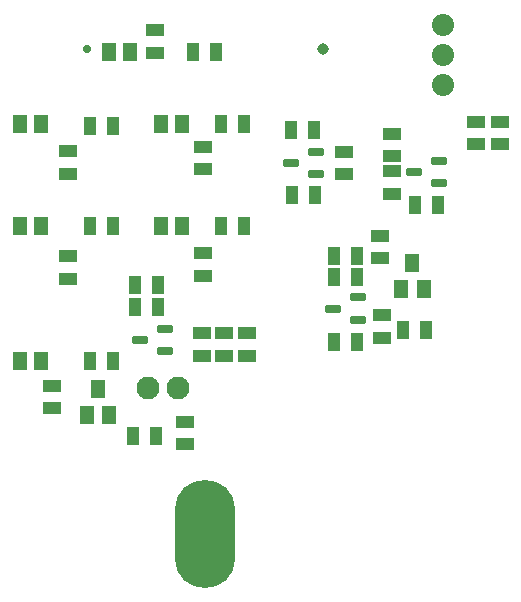
<source format=gbs>
G04*
G04 #@! TF.GenerationSoftware,Altium Limited,Altium Designer,23.8.1 (32)*
G04*
G04 Layer_Color=16711935*
%FSLAX44Y44*%
%MOMM*%
G71*
G04*
G04 #@! TF.SameCoordinates,C7883470-4D28-45A4-81C0-78593BF10AE1*
G04*
G04*
G04 #@! TF.FilePolarity,Negative*
G04*
G01*
G75*
%ADD30R,1.3000X1.6000*%
%ADD36C,1.9400*%
%ADD37C,1.8750*%
%ADD38C,0.9750*%
%ADD39C,0.7250*%
%ADD40O,5.1500X9.1500*%
%ADD56R,1.1500X1.5500*%
%ADD57R,1.5300X1.0700*%
%ADD58R,1.0700X1.5300*%
G04:AMPARAMS|DCode=59|XSize=1.39mm|YSize=0.74mm|CornerRadius=0.1487mm|HoleSize=0mm|Usage=FLASHONLY|Rotation=180.000|XOffset=0mm|YOffset=0mm|HoleType=Round|Shape=RoundedRectangle|*
%AMROUNDEDRECTD59*
21,1,1.3900,0.4425,0,0,180.0*
21,1,1.0925,0.7400,0,0,180.0*
1,1,0.2975,-0.5463,0.2213*
1,1,0.2975,0.5463,0.2213*
1,1,0.2975,0.5463,-0.2213*
1,1,0.2975,-0.5463,-0.2213*
%
%ADD59ROUNDEDRECTD59*%
D30*
X1020970Y1211580D02*
D03*
X1038970D02*
D03*
X946040Y949960D02*
D03*
X964040D02*
D03*
X1065530Y1064260D02*
D03*
X1083530D02*
D03*
X946040D02*
D03*
X964040D02*
D03*
X1065530Y1150620D02*
D03*
X1083530D02*
D03*
X946040D02*
D03*
X964040D02*
D03*
D36*
X1054100Y927100D02*
D03*
X1079500D02*
D03*
D37*
X1304290Y1234440D02*
D03*
Y1209040D02*
D03*
Y1183640D02*
D03*
D38*
X1202360Y1214120D02*
D03*
D39*
X1002360D02*
D03*
D40*
X1102360Y803910D02*
D03*
D56*
X1021690Y904670D02*
D03*
X1002690D02*
D03*
X1012190Y926670D02*
D03*
X1287730Y1010920D02*
D03*
X1268730D02*
D03*
X1278230Y1032920D02*
D03*
D57*
X1085850Y898550D02*
D03*
Y879450D02*
D03*
X1250950Y1056030D02*
D03*
Y1036930D02*
D03*
X1252220Y988720D02*
D03*
Y969620D02*
D03*
X1060450Y1210920D02*
D03*
Y1230020D02*
D03*
X1261110Y1091540D02*
D03*
Y1110640D02*
D03*
X1352550Y1133450D02*
D03*
Y1152550D02*
D03*
X1261110Y1123290D02*
D03*
Y1142390D02*
D03*
X1332230Y1133450D02*
D03*
Y1152550D02*
D03*
X1220470Y1127150D02*
D03*
Y1108050D02*
D03*
X1099820Y973480D02*
D03*
Y954380D02*
D03*
X1137920Y973480D02*
D03*
Y954380D02*
D03*
X1118870Y973480D02*
D03*
Y954380D02*
D03*
X972820Y909930D02*
D03*
Y929030D02*
D03*
X1101090Y1022300D02*
D03*
Y1041400D02*
D03*
X986790Y1019760D02*
D03*
Y1038860D02*
D03*
X1101090Y1112470D02*
D03*
Y1131570D02*
D03*
X986790Y1108710D02*
D03*
Y1127810D02*
D03*
D58*
X1061110Y886460D02*
D03*
X1042010D02*
D03*
X1270610Y976630D02*
D03*
X1289710D02*
D03*
X1111910Y1211580D02*
D03*
X1092810D02*
D03*
X1299870Y1082040D02*
D03*
X1280770D02*
D03*
X1231290Y1038860D02*
D03*
X1212190D02*
D03*
Y1021080D02*
D03*
X1231290D02*
D03*
Y966470D02*
D03*
X1212190D02*
D03*
X1005180Y949960D02*
D03*
X1024280D02*
D03*
X1195730Y1090930D02*
D03*
X1176630D02*
D03*
X1175360Y1145540D02*
D03*
X1194460D02*
D03*
X1062380Y995680D02*
D03*
X1043280D02*
D03*
Y1014730D02*
D03*
X1062380D02*
D03*
X1116330Y1064260D02*
D03*
X1135430D02*
D03*
X1005180D02*
D03*
X1024280D02*
D03*
X1116330Y1150620D02*
D03*
X1135430D02*
D03*
X1005180Y1149350D02*
D03*
X1024280D02*
D03*
D59*
X1300870Y1119480D02*
D03*
Y1100480D02*
D03*
X1279770Y1109980D02*
D03*
X1232290Y1003910D02*
D03*
Y984910D02*
D03*
X1211190Y994410D02*
D03*
X1196730Y1127100D02*
D03*
Y1108100D02*
D03*
X1175630Y1117600D02*
D03*
X1068460Y977240D02*
D03*
Y958240D02*
D03*
X1047360Y967740D02*
D03*
M02*

</source>
